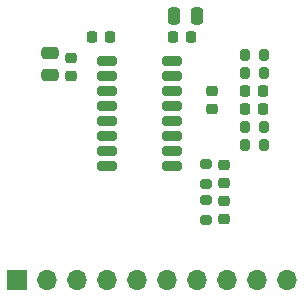
<source format=gbr>
%TF.GenerationSoftware,KiCad,Pcbnew,7.0.7*%
%TF.CreationDate,2025-01-01T22:23:07+10:30*%
%TF.ProjectId,V9360_Breakout,56393336-305f-4427-9265-616b6f75742e,rev?*%
%TF.SameCoordinates,Original*%
%TF.FileFunction,Soldermask,Top*%
%TF.FilePolarity,Negative*%
%FSLAX46Y46*%
G04 Gerber Fmt 4.6, Leading zero omitted, Abs format (unit mm)*
G04 Created by KiCad (PCBNEW 7.0.7) date 2025-01-01 22:23:07*
%MOMM*%
%LPD*%
G01*
G04 APERTURE LIST*
G04 Aperture macros list*
%AMRoundRect*
0 Rectangle with rounded corners*
0 $1 Rounding radius*
0 $2 $3 $4 $5 $6 $7 $8 $9 X,Y pos of 4 corners*
0 Add a 4 corners polygon primitive as box body*
4,1,4,$2,$3,$4,$5,$6,$7,$8,$9,$2,$3,0*
0 Add four circle primitives for the rounded corners*
1,1,$1+$1,$2,$3*
1,1,$1+$1,$4,$5*
1,1,$1+$1,$6,$7*
1,1,$1+$1,$8,$9*
0 Add four rect primitives between the rounded corners*
20,1,$1+$1,$2,$3,$4,$5,0*
20,1,$1+$1,$4,$5,$6,$7,0*
20,1,$1+$1,$6,$7,$8,$9,0*
20,1,$1+$1,$8,$9,$2,$3,0*%
G04 Aperture macros list end*
%ADD10RoundRect,0.225000X0.225000X0.250000X-0.225000X0.250000X-0.225000X-0.250000X0.225000X-0.250000X0*%
%ADD11RoundRect,0.250000X0.250000X0.475000X-0.250000X0.475000X-0.250000X-0.475000X0.250000X-0.475000X0*%
%ADD12RoundRect,0.250000X0.475000X-0.250000X0.475000X0.250000X-0.475000X0.250000X-0.475000X-0.250000X0*%
%ADD13RoundRect,0.200000X0.200000X0.275000X-0.200000X0.275000X-0.200000X-0.275000X0.200000X-0.275000X0*%
%ADD14RoundRect,0.200000X-0.200000X-0.275000X0.200000X-0.275000X0.200000X0.275000X-0.200000X0.275000X0*%
%ADD15RoundRect,0.173250X0.683750X0.213750X-0.683750X0.213750X-0.683750X-0.213750X0.683750X-0.213750X0*%
%ADD16RoundRect,0.200000X-0.275000X0.200000X-0.275000X-0.200000X0.275000X-0.200000X0.275000X0.200000X0*%
%ADD17R,1.700000X1.700000*%
%ADD18O,1.700000X1.700000*%
%ADD19RoundRect,0.200000X0.275000X-0.200000X0.275000X0.200000X-0.275000X0.200000X-0.275000X-0.200000X0*%
%ADD20RoundRect,0.225000X-0.250000X0.225000X-0.250000X-0.225000X0.250000X-0.225000X0.250000X0.225000X0*%
%ADD21RoundRect,0.225000X0.250000X-0.225000X0.250000X0.225000X-0.250000X0.225000X-0.250000X-0.225000X0*%
%ADD22RoundRect,0.225000X-0.225000X-0.250000X0.225000X-0.250000X0.225000X0.250000X-0.225000X0.250000X0*%
G04 APERTURE END LIST*
D10*
%TO.C,C7*%
X149111000Y-92456000D03*
X147561000Y-92456000D03*
%TD*%
D11*
%TO.C,C4*%
X143444000Y-86106000D03*
X141544000Y-86106000D03*
%TD*%
D12*
%TO.C,C2*%
X131064000Y-91120000D03*
X131064000Y-89220000D03*
%TD*%
D13*
%TO.C,R5*%
X149161000Y-97028000D03*
X147511000Y-97028000D03*
%TD*%
D10*
%TO.C,C5*%
X143015000Y-87884000D03*
X141465000Y-87884000D03*
%TD*%
D14*
%TO.C,R1*%
X147511000Y-95504000D03*
X149161000Y-95504000D03*
%TD*%
D15*
%TO.C,U1*%
X141340000Y-98806000D03*
X141340000Y-97536000D03*
X141340000Y-96266000D03*
X141340000Y-94996000D03*
X141340000Y-93726000D03*
X141340000Y-92456000D03*
X141340000Y-91186000D03*
X141340000Y-89916000D03*
X135890000Y-89916000D03*
X135890000Y-91186000D03*
X135890000Y-92456000D03*
X135890000Y-93726000D03*
X135890000Y-94996000D03*
X135890000Y-96266000D03*
X135890000Y-97536000D03*
X135890000Y-98806000D03*
%TD*%
D16*
%TO.C,R4*%
X144272000Y-98680000D03*
X144272000Y-100330000D03*
%TD*%
D17*
%TO.C,J1*%
X128270000Y-108458000D03*
D18*
X130810000Y-108458000D03*
X133350000Y-108458000D03*
X135890000Y-108458000D03*
X138430000Y-108458000D03*
X140970000Y-108458000D03*
X143510000Y-108458000D03*
X146050000Y-108458000D03*
X148590000Y-108458000D03*
X151130000Y-108458000D03*
%TD*%
D19*
%TO.C,R3*%
X144272000Y-103378000D03*
X144272000Y-101728000D03*
%TD*%
D20*
%TO.C,C9*%
X145796000Y-98743000D03*
X145796000Y-100293000D03*
%TD*%
D13*
%TO.C,R2*%
X149161000Y-90932000D03*
X147511000Y-90932000D03*
%TD*%
D21*
%TO.C,C10*%
X144780000Y-93993000D03*
X144780000Y-92443000D03*
%TD*%
D10*
%TO.C,C3*%
X136157000Y-87884000D03*
X134607000Y-87884000D03*
%TD*%
D21*
%TO.C,C1*%
X132842000Y-91199000D03*
X132842000Y-89649000D03*
%TD*%
D13*
%TO.C,R6*%
X149161000Y-89408000D03*
X147511000Y-89408000D03*
%TD*%
D22*
%TO.C,C6*%
X147561000Y-93980000D03*
X149111000Y-93980000D03*
%TD*%
D20*
%TO.C,C8*%
X145796000Y-101791000D03*
X145796000Y-103341000D03*
%TD*%
M02*

</source>
